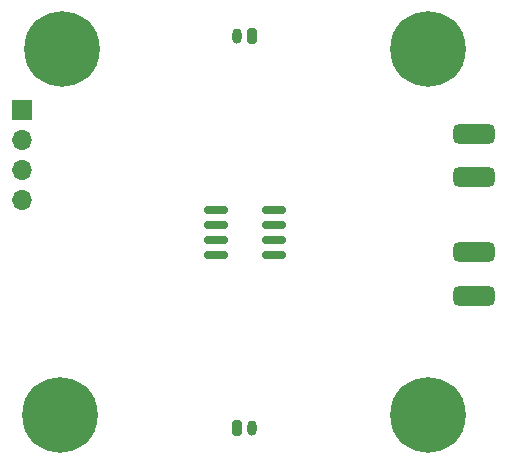
<source format=gbr>
%TF.GenerationSoftware,KiCad,Pcbnew,(6.0.6)*%
%TF.CreationDate,2023-03-01T01:58:39-05:00*%
%TF.ProjectId,Driver-Board,44726976-6572-42d4-926f-6172642e6b69,rev?*%
%TF.SameCoordinates,Original*%
%TF.FileFunction,Soldermask,Bot*%
%TF.FilePolarity,Negative*%
%FSLAX46Y46*%
G04 Gerber Fmt 4.6, Leading zero omitted, Abs format (unit mm)*
G04 Created by KiCad (PCBNEW (6.0.6)) date 2023-03-01 01:58:39*
%MOMM*%
%LPD*%
G01*
G04 APERTURE LIST*
G04 Aperture macros list*
%AMRoundRect*
0 Rectangle with rounded corners*
0 $1 Rounding radius*
0 $2 $3 $4 $5 $6 $7 $8 $9 X,Y pos of 4 corners*
0 Add a 4 corners polygon primitive as box body*
4,1,4,$2,$3,$4,$5,$6,$7,$8,$9,$2,$3,0*
0 Add four circle primitives for the rounded corners*
1,1,$1+$1,$2,$3*
1,1,$1+$1,$4,$5*
1,1,$1+$1,$6,$7*
1,1,$1+$1,$8,$9*
0 Add four rect primitives between the rounded corners*
20,1,$1+$1,$2,$3,$4,$5,0*
20,1,$1+$1,$4,$5,$6,$7,0*
20,1,$1+$1,$6,$7,$8,$9,0*
20,1,$1+$1,$8,$9,$2,$3,0*%
G04 Aperture macros list end*
%ADD10RoundRect,0.200000X0.200000X0.450000X-0.200000X0.450000X-0.200000X-0.450000X0.200000X-0.450000X0*%
%ADD11O,0.800000X1.300000*%
%ADD12C,0.800000*%
%ADD13C,6.400000*%
%ADD14RoundRect,0.200000X-0.200000X-0.450000X0.200000X-0.450000X0.200000X0.450000X-0.200000X0.450000X0*%
%ADD15R,1.700000X1.700000*%
%ADD16O,1.700000X1.700000*%
%ADD17RoundRect,0.150000X0.825000X0.150000X-0.825000X0.150000X-0.825000X-0.150000X0.825000X-0.150000X0*%
%ADD18RoundRect,0.412500X1.337500X0.412500X-1.337500X0.412500X-1.337500X-0.412500X1.337500X-0.412500X0*%
G04 APERTURE END LIST*
D10*
%TO.C,J3*%
X82700000Y-73000000D03*
D11*
X81450000Y-73000000D03*
%TD*%
D12*
%TO.C,H2*%
X100000000Y-105100000D03*
X99297056Y-103402944D03*
X97600000Y-107500000D03*
X95902944Y-106797056D03*
D13*
X97600000Y-105100000D03*
D12*
X95200000Y-105100000D03*
X95902944Y-103402944D03*
X99297056Y-106797056D03*
X97600000Y-102700000D03*
%TD*%
D11*
%TO.C,J2*%
X82725000Y-106200000D03*
D14*
X81475000Y-106200000D03*
%TD*%
D12*
%TO.C,H1*%
X68900000Y-105100000D03*
X64802944Y-103402944D03*
X64100000Y-105100000D03*
X66500000Y-107500000D03*
X64802944Y-106797056D03*
X68197056Y-103402944D03*
X66500000Y-102700000D03*
X68197056Y-106797056D03*
D13*
X66500000Y-105100000D03*
%TD*%
D12*
%TO.C,H4*%
X95902944Y-75797056D03*
X99297056Y-72402944D03*
X97600000Y-76500000D03*
X97600000Y-71700000D03*
X100000000Y-74100000D03*
X95200000Y-74100000D03*
D13*
X97600000Y-74100000D03*
D12*
X99297056Y-75797056D03*
X95902944Y-72402944D03*
%TD*%
D15*
%TO.C,J1*%
X63250000Y-79280000D03*
D16*
X63250000Y-81820000D03*
X63250000Y-84360000D03*
X63250000Y-86900000D03*
%TD*%
D12*
%TO.C,H3*%
X64902944Y-75797056D03*
X68297056Y-72402944D03*
X69000000Y-74100000D03*
X64902944Y-72402944D03*
D13*
X66600000Y-74100000D03*
D12*
X64200000Y-74100000D03*
X68297056Y-75797056D03*
X66600000Y-71700000D03*
X66600000Y-76500000D03*
%TD*%
D17*
%TO.C,U4*%
X84575000Y-87695000D03*
X84575000Y-88965000D03*
X84575000Y-90235000D03*
X84575000Y-91505000D03*
X79625000Y-91505000D03*
X79625000Y-90235000D03*
X79625000Y-88965000D03*
X79625000Y-87695000D03*
%TD*%
D18*
%TO.C,J4*%
X101500000Y-81300000D03*
X101500000Y-84900000D03*
X101500000Y-91300000D03*
X101500000Y-95000000D03*
%TD*%
M02*

</source>
